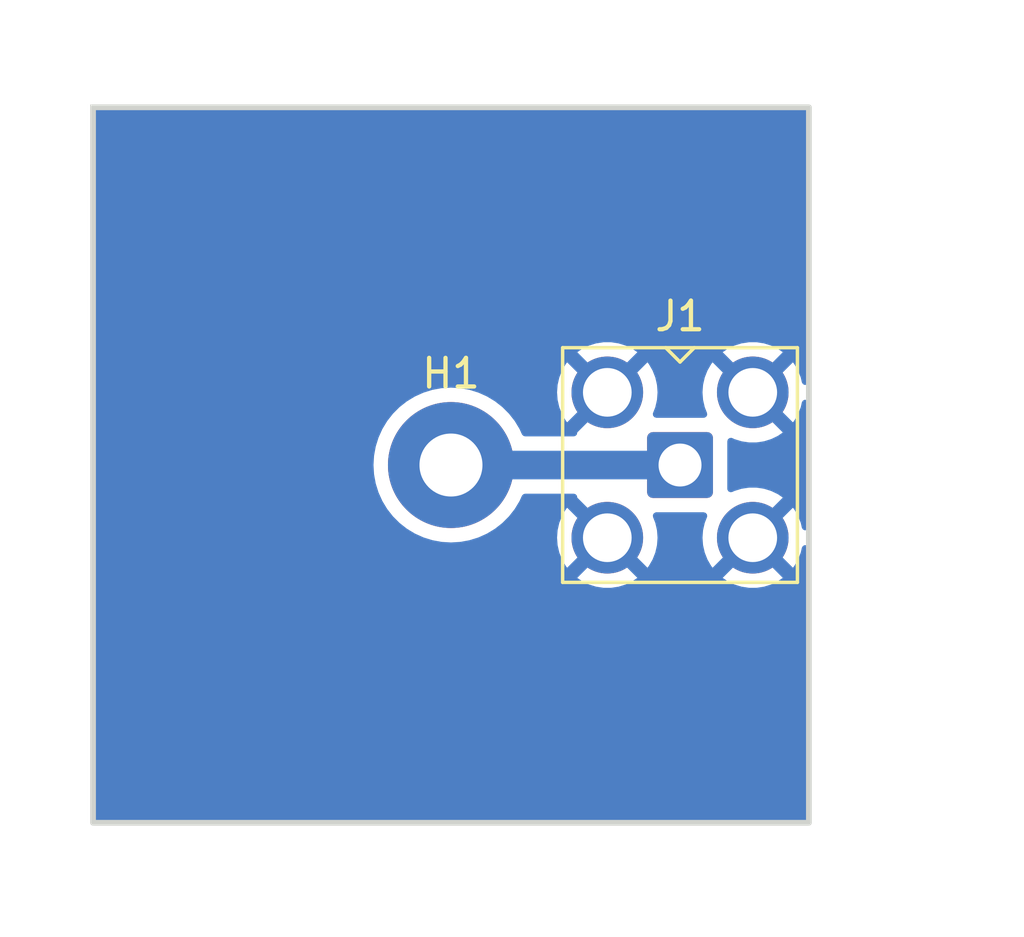
<source format=kicad_pcb>
(kicad_pcb (version 20221018) (generator pcbnew)
  (layers (0 "F.Cu" signal) (31 "B.Cu" signal) (34 "B.Paste" user) (35 "F.Paste" user) (36 "B.SilkS" user "B.Silkscreen") (37 "F.SilkS" user "F.Silkscreen") (38 "B.Mask" user) (39 "F.Mask" user) (44 "Edge.Cuts" user))
  (net 0 "")
  (net 1 "Net-(J1-In)")
  (net 2 "GND")
  (footprint "MountingHole:MountingHole_2.2mm_M2_Pad" (layer "F.Cu") (at 144 96)
    (fp_text reference "H1" (at 0 -3.2) (layer "F.SilkS"))
    (fp_text value "MountingHole_Pad")
    (pad "1" thru_hole circle (at 0 0) (size 4.4 4.4) (drill 2.2) (layers "*.Cu" "*.Mask") (net 1 "Net-(J1-In)"))
  )
  (footprint "Connector_Coaxial:SMA_Amphenol_901-143_Horizontal" (layer "F.Cu") (at 152 96 -90)
    (fp_text reference "J1" (at -5.2 0) (layer "F.SilkS"))
    (fp_text value "Conn_Coaxial")
    (fp_line (start -4.1 -4.1) (end -4.1 4.1) (stroke (width 0.12)) (layer "F.SilkS"))
    (fp_line (start -4.1 -4.1) (end 4.1 -4.1) (stroke (width 0.12)) (layer "F.SilkS"))
    (fp_line (start -4.1 0.5) (end -3.6 0) (stroke (width 0.12)) (layer "F.SilkS"))
    (fp_line (start -4.1 4.1) (end 4.1 4.1) (stroke (width 0.12)) (layer "F.SilkS"))
    (fp_line (start -3.6 0) (end -4.1 -0.5) (stroke (width 0.12)) (layer "F.SilkS"))
    (fp_line (start 4.1 -4.1) (end 4.1 4.1) (stroke (width 0.12)) (layer "F.SilkS"))
    (fp_line (start 4.3 -4.5) (end -4.3 -4.5) (stroke (width 0.1)) (layer "Edge.Cuts"))
    (pad "1" thru_hole roundrect (at 0 0 270) (size 2.3 2.3) (drill 1.5) (layers "*.Cu" "*.Mask") (roundrect_rratio 0.087) (net 1 "Net-(J1-In)"))
    (pad "2" thru_hole circle (at -2.54 -2.54 270) (size 2.5 2.5) (drill 1.7) (layers "*.Cu" "*.Mask") (net 2 "GND"))
    (pad "2" thru_hole circle (at -2.54 2.54 270) (size 2.5 2.5) (drill 1.7) (layers "*.Cu" "*.Mask") (net 2 "GND"))
    (pad "2" thru_hole circle (at 2.54 -2.54 270) (size 2.5 2.5) (drill 1.7) (layers "*.Cu" "*.Mask") (net 2 "GND"))
    (pad "2" thru_hole circle (at 2.54 2.54 270) (size 2.5 2.5) (drill 1.7) (layers "*.Cu" "*.Mask") (net 2 "GND"))
  )
  (gr_rect (start 131.5 83.5) (end 156.5 108.5) (stroke (width 0.2)) (fill none) (layer "Edge.Cuts"))
  (segment (start 144 96) (end 152 96) (width 1) (layer "B.Cu") (net 1))
  (zone (net 2) (net_name "GND") (layer "B.Cu") (connect_pads (clearance 0.5)) (min_thickness 0.25) (fill yes (thermal_gap 0.5) (thermal_bridge_width 0.5))
    (polygon (pts (xy 162 79.75) (xy 162 112.5) (xy 128.25 112.5) (xy 128.25 79.75)))
  )
)
</source>
